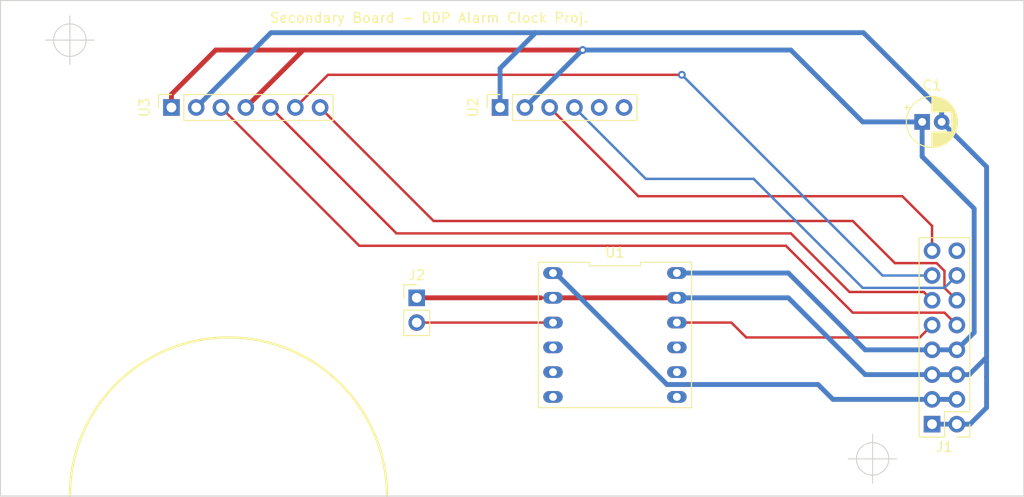
<source format=kicad_pcb>
(kicad_pcb (version 20171130) (host pcbnew "(5.1.5)-3")

  (general
    (thickness 1.6)
    (drawings 8)
    (tracks 93)
    (zones 0)
    (modules 6)
    (nets 20)
  )

  (page A4)
  (layers
    (0 F.Cu signal)
    (31 B.Cu signal)
    (32 B.Adhes user)
    (33 F.Adhes user)
    (34 B.Paste user)
    (35 F.Paste user)
    (36 B.SilkS user)
    (37 F.SilkS user)
    (38 B.Mask user)
    (39 F.Mask user)
    (40 Dwgs.User user)
    (41 Cmts.User user)
    (42 Eco1.User user)
    (43 Eco2.User user)
    (44 Edge.Cuts user)
    (45 Margin user)
    (46 B.CrtYd user)
    (47 F.CrtYd user)
    (48 B.Fab user)
    (49 F.Fab user)
  )

  (setup
    (last_trace_width 0.25)
    (user_trace_width 0.25)
    (user_trace_width 0.5)
    (user_trace_width 1)
    (trace_clearance 0.2)
    (zone_clearance 0.508)
    (zone_45_only no)
    (trace_min 0.2)
    (via_size 0.8)
    (via_drill 0.4)
    (via_min_size 0.4)
    (via_min_drill 0.3)
    (uvia_size 0.3)
    (uvia_drill 0.1)
    (uvias_allowed no)
    (uvia_min_size 0.2)
    (uvia_min_drill 0.1)
    (edge_width 0.1)
    (segment_width 0.2)
    (pcb_text_width 0.3)
    (pcb_text_size 1.5 1.5)
    (mod_edge_width 0.15)
    (mod_text_size 1 1)
    (mod_text_width 0.15)
    (pad_size 1.524 1.524)
    (pad_drill 0.762)
    (pad_to_mask_clearance 0)
    (aux_axis_origin 0 0)
    (visible_elements FFFFFF7F)
    (pcbplotparams
      (layerselection 0x010fc_ffffffff)
      (usegerberextensions false)
      (usegerberattributes false)
      (usegerberadvancedattributes false)
      (creategerberjobfile false)
      (excludeedgelayer true)
      (linewidth 0.100000)
      (plotframeref false)
      (viasonmask false)
      (mode 1)
      (useauxorigin false)
      (hpglpennumber 1)
      (hpglpenspeed 20)
      (hpglpendiameter 15.000000)
      (psnegative false)
      (psa4output false)
      (plotreference true)
      (plotvalue true)
      (plotinvisibletext false)
      (padsonsilk false)
      (subtractmaskfromsilk false)
      (outputformat 1)
      (mirror false)
      (drillshape 0)
      (scaleselection 1)
      (outputdirectory "SecondaryBoard_gbr/"))
  )

  (net 0 "")
  (net 1 +3V3)
  (net 2 GND)
  (net 3 +5V)
  (net 4 /LED_CTRL)
  (net 5 /AUDIO_SD)
  (net 6 /AUDIO_DIN)
  (net 7 /AUDIO_LRC)
  (net 8 /AUDIO_BCLK)
  (net 9 /I2C_SCL)
  (net 10 /I2C_SDA)
  (net 11 "Net-(U1-Pad9)")
  (net 12 "Net-(U1-Pad4)")
  (net 13 "Net-(U1-Pad8)")
  (net 14 "Net-(U1-Pad5)")
  (net 15 "Net-(U1-Pad7)")
  (net 16 "Net-(U1-Pad6)")
  (net 17 "Net-(U2-Pad5)")
  (net 18 "Net-(U2-Pad6)")
  (net 19 /LED_CTRL_5V)

  (net_class Default "This is the default net class."
    (clearance 0.2)
    (trace_width 0.25)
    (via_dia 0.8)
    (via_drill 0.4)
    (uvia_dia 0.3)
    (uvia_drill 0.1)
    (add_net +3V3)
    (add_net +5V)
    (add_net /AUDIO_BCLK)
    (add_net /AUDIO_DIN)
    (add_net /AUDIO_LRC)
    (add_net /AUDIO_SD)
    (add_net /I2C_SCL)
    (add_net /I2C_SDA)
    (add_net /LED_CTRL)
    (add_net /LED_CTRL_5V)
    (add_net GND)
    (add_net "Net-(U1-Pad4)")
    (add_net "Net-(U1-Pad5)")
    (add_net "Net-(U1-Pad6)")
    (add_net "Net-(U1-Pad7)")
    (add_net "Net-(U1-Pad8)")
    (add_net "Net-(U1-Pad9)")
    (add_net "Net-(U2-Pad5)")
    (add_net "Net-(U2-Pad6)")
  )

  (module AlarmClock:PinHeader_2x08_P2.54mm_Vertical_REV (layer F.Cu) (tedit 5E2F0A9A) (tstamp 5E2F0B52)
    (at 174.498 119.634 180)
    (descr "Through hole straight pin header, 2x08, 2.54mm pitch, double rows")
    (tags "Through hole pin header THT 2x08 2.54mm double row")
    (path /5E404EFD)
    (fp_text reference J1 (at 1.27 -2.33) (layer F.SilkS)
      (effects (font (size 1 1) (thickness 0.15)))
    )
    (fp_text value Conn_to_Main_Board (at 5.334 11.684 90) (layer F.Fab)
      (effects (font (size 1 1) (thickness 0.15)))
    )
    (fp_text user %R (at 1.27 8.89 90) (layer F.Fab)
      (effects (font (size 1 1) (thickness 0.15)))
    )
    (fp_line (start 4.35 -1.8) (end -1.8 -1.8) (layer F.CrtYd) (width 0.05))
    (fp_line (start 4.35 19.55) (end 4.35 -1.8) (layer F.CrtYd) (width 0.05))
    (fp_line (start -1.8 19.55) (end 4.35 19.55) (layer F.CrtYd) (width 0.05))
    (fp_line (start -1.8 -1.8) (end -1.8 19.55) (layer F.CrtYd) (width 0.05))
    (fp_line (start -1.33 -1.33) (end 0 -1.33) (layer F.SilkS) (width 0.12))
    (fp_line (start -1.33 0) (end -1.33 -1.33) (layer F.SilkS) (width 0.12))
    (fp_line (start 1.27 -1.33) (end 3.87 -1.33) (layer F.SilkS) (width 0.12))
    (fp_line (start 1.27 1.27) (end 1.27 -1.33) (layer F.SilkS) (width 0.12))
    (fp_line (start -1.33 1.27) (end 1.27 1.27) (layer F.SilkS) (width 0.12))
    (fp_line (start 3.87 -1.33) (end 3.87 19.11) (layer F.SilkS) (width 0.12))
    (fp_line (start -1.33 1.27) (end -1.33 19.11) (layer F.SilkS) (width 0.12))
    (fp_line (start -1.33 19.11) (end 3.87 19.11) (layer F.SilkS) (width 0.12))
    (fp_line (start -1.27 0) (end 0 -1.27) (layer F.Fab) (width 0.1))
    (fp_line (start -1.27 19.05) (end -1.27 0) (layer F.Fab) (width 0.1))
    (fp_line (start 3.81 19.05) (end -1.27 19.05) (layer F.Fab) (width 0.1))
    (fp_line (start 3.81 -1.27) (end 3.81 19.05) (layer F.Fab) (width 0.1))
    (fp_line (start 0 -1.27) (end 3.81 -1.27) (layer F.Fab) (width 0.1))
    (pad 15 thru_hole oval (at 2.54 17.78 180) (size 1.7 1.7) (drill 1) (layers *.Cu *.Mask)
      (net 10 /I2C_SDA))
    (pad 16 thru_hole oval (at 0 17.78 180) (size 1.7 1.7) (drill 1) (layers *.Cu *.Mask))
    (pad 13 thru_hole oval (at 2.54 15.24 180) (size 1.7 1.7) (drill 1) (layers *.Cu *.Mask)
      (net 8 /AUDIO_BCLK))
    (pad 14 thru_hole oval (at 0 15.24 180) (size 1.7 1.7) (drill 1) (layers *.Cu *.Mask)
      (net 9 /I2C_SCL))
    (pad 11 thru_hole oval (at 2.54 12.7 180) (size 1.7 1.7) (drill 1) (layers *.Cu *.Mask)
      (net 6 /AUDIO_DIN))
    (pad 12 thru_hole oval (at 0 12.7 180) (size 1.7 1.7) (drill 1) (layers *.Cu *.Mask)
      (net 7 /AUDIO_LRC))
    (pad 9 thru_hole oval (at 2.54 10.16 180) (size 1.7 1.7) (drill 1) (layers *.Cu *.Mask)
      (net 4 /LED_CTRL))
    (pad 10 thru_hole oval (at 0 10.16 180) (size 1.7 1.7) (drill 1) (layers *.Cu *.Mask)
      (net 5 /AUDIO_SD))
    (pad 7 thru_hole oval (at 2.54 7.62 180) (size 1.7 1.7) (drill 1) (layers *.Cu *.Mask)
      (net 1 +3V3))
    (pad 8 thru_hole oval (at 0 7.62 180) (size 1.7 1.7) (drill 1) (layers *.Cu *.Mask)
      (net 1 +3V3))
    (pad 5 thru_hole oval (at 2.54 5.08 180) (size 1.7 1.7) (drill 1) (layers *.Cu *.Mask)
      (net 2 GND))
    (pad 6 thru_hole oval (at 0 5.08 180) (size 1.7 1.7) (drill 1) (layers *.Cu *.Mask)
      (net 2 GND))
    (pad 3 thru_hole oval (at 2.54 2.54 180) (size 1.7 1.7) (drill 1) (layers *.Cu *.Mask)
      (net 3 +5V))
    (pad 4 thru_hole oval (at 0 2.54 180) (size 1.7 1.7) (drill 1) (layers *.Cu *.Mask)
      (net 3 +5V))
    (pad 1 thru_hole rect (at 2.54 0 180) (size 1.7 1.7) (drill 1) (layers *.Cu *.Mask)
      (net 2 GND))
    (pad 2 thru_hole circle (at 0 0 180) (size 1.7 1.7) (drill 1) (layers *.Cu *.Mask)
      (net 2 GND))
    (model ${KISYS3DMOD}/Connector_PinHeader_2.54mm.3dshapes/PinHeader_2x08_P2.54mm_Vertical.wrl
      (at (xyz 0 0 0))
      (scale (xyz 1 1 1))
      (rotate (xyz 0 0 0))
    )
  )

  (module Capacitor_THT:CP_Radial_D5.0mm_P2.00mm (layer F.Cu) (tedit 5AE50EF0) (tstamp 5E2F0B2C)
    (at 170.942 88.646)
    (descr "CP, Radial series, Radial, pin pitch=2.00mm, , diameter=5mm, Electrolytic Capacitor")
    (tags "CP Radial series Radial pin pitch 2.00mm  diameter 5mm Electrolytic Capacitor")
    (path /5E4330E2)
    (fp_text reference C1 (at 1 -3.75) (layer F.SilkS)
      (effects (font (size 1 1) (thickness 0.15)))
    )
    (fp_text value 100uF (at 1 3.75) (layer F.Fab)
      (effects (font (size 1 1) (thickness 0.15)))
    )
    (fp_circle (center 1 0) (end 3.5 0) (layer F.Fab) (width 0.1))
    (fp_circle (center 1 0) (end 3.62 0) (layer F.SilkS) (width 0.12))
    (fp_circle (center 1 0) (end 3.75 0) (layer F.CrtYd) (width 0.05))
    (fp_line (start -1.133605 -1.0875) (end -0.633605 -1.0875) (layer F.Fab) (width 0.1))
    (fp_line (start -0.883605 -1.3375) (end -0.883605 -0.8375) (layer F.Fab) (width 0.1))
    (fp_line (start 1 1.04) (end 1 2.58) (layer F.SilkS) (width 0.12))
    (fp_line (start 1 -2.58) (end 1 -1.04) (layer F.SilkS) (width 0.12))
    (fp_line (start 1.04 1.04) (end 1.04 2.58) (layer F.SilkS) (width 0.12))
    (fp_line (start 1.04 -2.58) (end 1.04 -1.04) (layer F.SilkS) (width 0.12))
    (fp_line (start 1.08 -2.579) (end 1.08 -1.04) (layer F.SilkS) (width 0.12))
    (fp_line (start 1.08 1.04) (end 1.08 2.579) (layer F.SilkS) (width 0.12))
    (fp_line (start 1.12 -2.578) (end 1.12 -1.04) (layer F.SilkS) (width 0.12))
    (fp_line (start 1.12 1.04) (end 1.12 2.578) (layer F.SilkS) (width 0.12))
    (fp_line (start 1.16 -2.576) (end 1.16 -1.04) (layer F.SilkS) (width 0.12))
    (fp_line (start 1.16 1.04) (end 1.16 2.576) (layer F.SilkS) (width 0.12))
    (fp_line (start 1.2 -2.573) (end 1.2 -1.04) (layer F.SilkS) (width 0.12))
    (fp_line (start 1.2 1.04) (end 1.2 2.573) (layer F.SilkS) (width 0.12))
    (fp_line (start 1.24 -2.569) (end 1.24 -1.04) (layer F.SilkS) (width 0.12))
    (fp_line (start 1.24 1.04) (end 1.24 2.569) (layer F.SilkS) (width 0.12))
    (fp_line (start 1.28 -2.565) (end 1.28 -1.04) (layer F.SilkS) (width 0.12))
    (fp_line (start 1.28 1.04) (end 1.28 2.565) (layer F.SilkS) (width 0.12))
    (fp_line (start 1.32 -2.561) (end 1.32 -1.04) (layer F.SilkS) (width 0.12))
    (fp_line (start 1.32 1.04) (end 1.32 2.561) (layer F.SilkS) (width 0.12))
    (fp_line (start 1.36 -2.556) (end 1.36 -1.04) (layer F.SilkS) (width 0.12))
    (fp_line (start 1.36 1.04) (end 1.36 2.556) (layer F.SilkS) (width 0.12))
    (fp_line (start 1.4 -2.55) (end 1.4 -1.04) (layer F.SilkS) (width 0.12))
    (fp_line (start 1.4 1.04) (end 1.4 2.55) (layer F.SilkS) (width 0.12))
    (fp_line (start 1.44 -2.543) (end 1.44 -1.04) (layer F.SilkS) (width 0.12))
    (fp_line (start 1.44 1.04) (end 1.44 2.543) (layer F.SilkS) (width 0.12))
    (fp_line (start 1.48 -2.536) (end 1.48 -1.04) (layer F.SilkS) (width 0.12))
    (fp_line (start 1.48 1.04) (end 1.48 2.536) (layer F.SilkS) (width 0.12))
    (fp_line (start 1.52 -2.528) (end 1.52 -1.04) (layer F.SilkS) (width 0.12))
    (fp_line (start 1.52 1.04) (end 1.52 2.528) (layer F.SilkS) (width 0.12))
    (fp_line (start 1.56 -2.52) (end 1.56 -1.04) (layer F.SilkS) (width 0.12))
    (fp_line (start 1.56 1.04) (end 1.56 2.52) (layer F.SilkS) (width 0.12))
    (fp_line (start 1.6 -2.511) (end 1.6 -1.04) (layer F.SilkS) (width 0.12))
    (fp_line (start 1.6 1.04) (end 1.6 2.511) (layer F.SilkS) (width 0.12))
    (fp_line (start 1.64 -2.501) (end 1.64 -1.04) (layer F.SilkS) (width 0.12))
    (fp_line (start 1.64 1.04) (end 1.64 2.501) (layer F.SilkS) (width 0.12))
    (fp_line (start 1.68 -2.491) (end 1.68 -1.04) (layer F.SilkS) (width 0.12))
    (fp_line (start 1.68 1.04) (end 1.68 2.491) (layer F.SilkS) (width 0.12))
    (fp_line (start 1.721 -2.48) (end 1.721 -1.04) (layer F.SilkS) (width 0.12))
    (fp_line (start 1.721 1.04) (end 1.721 2.48) (layer F.SilkS) (width 0.12))
    (fp_line (start 1.761 -2.468) (end 1.761 -1.04) (layer F.SilkS) (width 0.12))
    (fp_line (start 1.761 1.04) (end 1.761 2.468) (layer F.SilkS) (width 0.12))
    (fp_line (start 1.801 -2.455) (end 1.801 -1.04) (layer F.SilkS) (width 0.12))
    (fp_line (start 1.801 1.04) (end 1.801 2.455) (layer F.SilkS) (width 0.12))
    (fp_line (start 1.841 -2.442) (end 1.841 -1.04) (layer F.SilkS) (width 0.12))
    (fp_line (start 1.841 1.04) (end 1.841 2.442) (layer F.SilkS) (width 0.12))
    (fp_line (start 1.881 -2.428) (end 1.881 -1.04) (layer F.SilkS) (width 0.12))
    (fp_line (start 1.881 1.04) (end 1.881 2.428) (layer F.SilkS) (width 0.12))
    (fp_line (start 1.921 -2.414) (end 1.921 -1.04) (layer F.SilkS) (width 0.12))
    (fp_line (start 1.921 1.04) (end 1.921 2.414) (layer F.SilkS) (width 0.12))
    (fp_line (start 1.961 -2.398) (end 1.961 -1.04) (layer F.SilkS) (width 0.12))
    (fp_line (start 1.961 1.04) (end 1.961 2.398) (layer F.SilkS) (width 0.12))
    (fp_line (start 2.001 -2.382) (end 2.001 -1.04) (layer F.SilkS) (width 0.12))
    (fp_line (start 2.001 1.04) (end 2.001 2.382) (layer F.SilkS) (width 0.12))
    (fp_line (start 2.041 -2.365) (end 2.041 -1.04) (layer F.SilkS) (width 0.12))
    (fp_line (start 2.041 1.04) (end 2.041 2.365) (layer F.SilkS) (width 0.12))
    (fp_line (start 2.081 -2.348) (end 2.081 -1.04) (layer F.SilkS) (width 0.12))
    (fp_line (start 2.081 1.04) (end 2.081 2.348) (layer F.SilkS) (width 0.12))
    (fp_line (start 2.121 -2.329) (end 2.121 -1.04) (layer F.SilkS) (width 0.12))
    (fp_line (start 2.121 1.04) (end 2.121 2.329) (layer F.SilkS) (width 0.12))
    (fp_line (start 2.161 -2.31) (end 2.161 -1.04) (layer F.SilkS) (width 0.12))
    (fp_line (start 2.161 1.04) (end 2.161 2.31) (layer F.SilkS) (width 0.12))
    (fp_line (start 2.201 -2.29) (end 2.201 -1.04) (layer F.SilkS) (width 0.12))
    (fp_line (start 2.201 1.04) (end 2.201 2.29) (layer F.SilkS) (width 0.12))
    (fp_line (start 2.241 -2.268) (end 2.241 -1.04) (layer F.SilkS) (width 0.12))
    (fp_line (start 2.241 1.04) (end 2.241 2.268) (layer F.SilkS) (width 0.12))
    (fp_line (start 2.281 -2.247) (end 2.281 -1.04) (layer F.SilkS) (width 0.12))
    (fp_line (start 2.281 1.04) (end 2.281 2.247) (layer F.SilkS) (width 0.12))
    (fp_line (start 2.321 -2.224) (end 2.321 -1.04) (layer F.SilkS) (width 0.12))
    (fp_line (start 2.321 1.04) (end 2.321 2.224) (layer F.SilkS) (width 0.12))
    (fp_line (start 2.361 -2.2) (end 2.361 -1.04) (layer F.SilkS) (width 0.12))
    (fp_line (start 2.361 1.04) (end 2.361 2.2) (layer F.SilkS) (width 0.12))
    (fp_line (start 2.401 -2.175) (end 2.401 -1.04) (layer F.SilkS) (width 0.12))
    (fp_line (start 2.401 1.04) (end 2.401 2.175) (layer F.SilkS) (width 0.12))
    (fp_line (start 2.441 -2.149) (end 2.441 -1.04) (layer F.SilkS) (width 0.12))
    (fp_line (start 2.441 1.04) (end 2.441 2.149) (layer F.SilkS) (width 0.12))
    (fp_line (start 2.481 -2.122) (end 2.481 -1.04) (layer F.SilkS) (width 0.12))
    (fp_line (start 2.481 1.04) (end 2.481 2.122) (layer F.SilkS) (width 0.12))
    (fp_line (start 2.521 -2.095) (end 2.521 -1.04) (layer F.SilkS) (width 0.12))
    (fp_line (start 2.521 1.04) (end 2.521 2.095) (layer F.SilkS) (width 0.12))
    (fp_line (start 2.561 -2.065) (end 2.561 -1.04) (layer F.SilkS) (width 0.12))
    (fp_line (start 2.561 1.04) (end 2.561 2.065) (layer F.SilkS) (width 0.12))
    (fp_line (start 2.601 -2.035) (end 2.601 -1.04) (layer F.SilkS) (width 0.12))
    (fp_line (start 2.601 1.04) (end 2.601 2.035) (layer F.SilkS) (width 0.12))
    (fp_line (start 2.641 -2.004) (end 2.641 -1.04) (layer F.SilkS) (width 0.12))
    (fp_line (start 2.641 1.04) (end 2.641 2.004) (layer F.SilkS) (width 0.12))
    (fp_line (start 2.681 -1.971) (end 2.681 -1.04) (layer F.SilkS) (width 0.12))
    (fp_line (start 2.681 1.04) (end 2.681 1.971) (layer F.SilkS) (width 0.12))
    (fp_line (start 2.721 -1.937) (end 2.721 -1.04) (layer F.SilkS) (width 0.12))
    (fp_line (start 2.721 1.04) (end 2.721 1.937) (layer F.SilkS) (width 0.12))
    (fp_line (start 2.761 -1.901) (end 2.761 -1.04) (layer F.SilkS) (width 0.12))
    (fp_line (start 2.761 1.04) (end 2.761 1.901) (layer F.SilkS) (width 0.12))
    (fp_line (start 2.801 -1.864) (end 2.801 -1.04) (layer F.SilkS) (width 0.12))
    (fp_line (start 2.801 1.04) (end 2.801 1.864) (layer F.SilkS) (width 0.12))
    (fp_line (start 2.841 -1.826) (end 2.841 -1.04) (layer F.SilkS) (width 0.12))
    (fp_line (start 2.841 1.04) (end 2.841 1.826) (layer F.SilkS) (width 0.12))
    (fp_line (start 2.881 -1.785) (end 2.881 -1.04) (layer F.SilkS) (width 0.12))
    (fp_line (start 2.881 1.04) (end 2.881 1.785) (layer F.SilkS) (width 0.12))
    (fp_line (start 2.921 -1.743) (end 2.921 -1.04) (layer F.SilkS) (width 0.12))
    (fp_line (start 2.921 1.04) (end 2.921 1.743) (layer F.SilkS) (width 0.12))
    (fp_line (start 2.961 -1.699) (end 2.961 -1.04) (layer F.SilkS) (width 0.12))
    (fp_line (start 2.961 1.04) (end 2.961 1.699) (layer F.SilkS) (width 0.12))
    (fp_line (start 3.001 -1.653) (end 3.001 -1.04) (layer F.SilkS) (width 0.12))
    (fp_line (start 3.001 1.04) (end 3.001 1.653) (layer F.SilkS) (width 0.12))
    (fp_line (start 3.041 -1.605) (end 3.041 1.605) (layer F.SilkS) (width 0.12))
    (fp_line (start 3.081 -1.554) (end 3.081 1.554) (layer F.SilkS) (width 0.12))
    (fp_line (start 3.121 -1.5) (end 3.121 1.5) (layer F.SilkS) (width 0.12))
    (fp_line (start 3.161 -1.443) (end 3.161 1.443) (layer F.SilkS) (width 0.12))
    (fp_line (start 3.201 -1.383) (end 3.201 1.383) (layer F.SilkS) (width 0.12))
    (fp_line (start 3.241 -1.319) (end 3.241 1.319) (layer F.SilkS) (width 0.12))
    (fp_line (start 3.281 -1.251) (end 3.281 1.251) (layer F.SilkS) (width 0.12))
    (fp_line (start 3.321 -1.178) (end 3.321 1.178) (layer F.SilkS) (width 0.12))
    (fp_line (start 3.361 -1.098) (end 3.361 1.098) (layer F.SilkS) (width 0.12))
    (fp_line (start 3.401 -1.011) (end 3.401 1.011) (layer F.SilkS) (width 0.12))
    (fp_line (start 3.441 -0.915) (end 3.441 0.915) (layer F.SilkS) (width 0.12))
    (fp_line (start 3.481 -0.805) (end 3.481 0.805) (layer F.SilkS) (width 0.12))
    (fp_line (start 3.521 -0.677) (end 3.521 0.677) (layer F.SilkS) (width 0.12))
    (fp_line (start 3.561 -0.518) (end 3.561 0.518) (layer F.SilkS) (width 0.12))
    (fp_line (start 3.601 -0.284) (end 3.601 0.284) (layer F.SilkS) (width 0.12))
    (fp_line (start -1.804775 -1.475) (end -1.304775 -1.475) (layer F.SilkS) (width 0.12))
    (fp_line (start -1.554775 -1.725) (end -1.554775 -1.225) (layer F.SilkS) (width 0.12))
    (fp_text user %R (at 1 0) (layer F.Fab)
      (effects (font (size 1 1) (thickness 0.15)))
    )
    (pad 1 thru_hole rect (at 0 0) (size 1.6 1.6) (drill 0.8) (layers *.Cu *.Mask)
      (net 1 +3V3))
    (pad 2 thru_hole circle (at 2 0) (size 1.6 1.6) (drill 0.8) (layers *.Cu *.Mask)
      (net 2 GND))
    (model ${KISYS3DMOD}/Capacitor_THT.3dshapes/CP_Radial_D5.0mm_P2.00mm.wrl
      (at (xyz 0 0 0))
      (scale (xyz 1 1 1))
      (rotate (xyz 0 0 0))
    )
  )

  (module Connector_PinHeader_2.54mm:PinHeader_1x02_P2.54mm_Vertical (layer F.Cu) (tedit 59FED5CC) (tstamp 5E2F0B68)
    (at 119.126 106.68)
    (descr "Through hole straight pin header, 1x02, 2.54mm pitch, single row")
    (tags "Through hole pin header THT 1x02 2.54mm single row")
    (path /5E423067)
    (fp_text reference J2 (at 0 -2.33) (layer F.SilkS)
      (effects (font (size 1 1) (thickness 0.15)))
    )
    (fp_text value LED_CTRL (at 0 4.87) (layer F.Fab)
      (effects (font (size 1 1) (thickness 0.15)))
    )
    (fp_line (start -0.635 -1.27) (end 1.27 -1.27) (layer F.Fab) (width 0.1))
    (fp_line (start 1.27 -1.27) (end 1.27 3.81) (layer F.Fab) (width 0.1))
    (fp_line (start 1.27 3.81) (end -1.27 3.81) (layer F.Fab) (width 0.1))
    (fp_line (start -1.27 3.81) (end -1.27 -0.635) (layer F.Fab) (width 0.1))
    (fp_line (start -1.27 -0.635) (end -0.635 -1.27) (layer F.Fab) (width 0.1))
    (fp_line (start -1.33 3.87) (end 1.33 3.87) (layer F.SilkS) (width 0.12))
    (fp_line (start -1.33 1.27) (end -1.33 3.87) (layer F.SilkS) (width 0.12))
    (fp_line (start 1.33 1.27) (end 1.33 3.87) (layer F.SilkS) (width 0.12))
    (fp_line (start -1.33 1.27) (end 1.33 1.27) (layer F.SilkS) (width 0.12))
    (fp_line (start -1.33 0) (end -1.33 -1.33) (layer F.SilkS) (width 0.12))
    (fp_line (start -1.33 -1.33) (end 0 -1.33) (layer F.SilkS) (width 0.12))
    (fp_line (start -1.8 -1.8) (end -1.8 4.35) (layer F.CrtYd) (width 0.05))
    (fp_line (start -1.8 4.35) (end 1.8 4.35) (layer F.CrtYd) (width 0.05))
    (fp_line (start 1.8 4.35) (end 1.8 -1.8) (layer F.CrtYd) (width 0.05))
    (fp_line (start 1.8 -1.8) (end -1.8 -1.8) (layer F.CrtYd) (width 0.05))
    (fp_text user %R (at 0 1.27 180) (layer F.Fab)
      (effects (font (size 1 1) (thickness 0.15)))
    )
    (pad 1 thru_hole rect (at 0 0) (size 1.7 1.7) (drill 1) (layers *.Cu *.Mask)
      (net 2 GND))
    (pad 2 thru_hole oval (at 0 2.54) (size 1.7 1.7) (drill 1) (layers *.Cu *.Mask)
      (net 19 /LED_CTRL_5V))
    (model ${KISYS3DMOD}/Connector_PinHeader_2.54mm.3dshapes/PinHeader_1x02_P2.54mm_Vertical.wrl
      (at (xyz 0 0 0))
      (scale (xyz 1 1 1))
      (rotate (xyz 0 0 0))
    )
  )

  (module AlarmClock:LOGIC_LVL_CVTR_X4 (layer F.Cu) (tedit 5E2F008B) (tstamp 5E2F0B84)
    (at 131.826 118.11)
    (path /5E41FB78)
    (fp_text reference U1 (at 7.62 -16.07) (layer F.SilkS)
      (effects (font (size 1 1) (thickness 0.15)))
    )
    (fp_text value LOGIC_LVL_CVTR_4X (at 7.62 1.27) (layer F.Fab)
      (effects (font (size 1 1) (thickness 0.15)))
    )
    (fp_line (start -0.23 -15.07) (end -0.23 -0.170001) (layer F.SilkS) (width 0.12))
    (fp_line (start -0.23 -0.170001) (end 15.47 -0.17) (layer F.SilkS) (width 0.12))
    (fp_line (start 15.47 -0.17) (end 15.47 -15.069999) (layer F.SilkS) (width 0.12))
    (fp_line (start 15.47 -15.069999) (end 10.236666 -15.07) (layer F.SilkS) (width 0.12))
    (fp_line (start 10.236666 -15.07) (end 10.236666 -14.71) (layer F.SilkS) (width 0.12))
    (fp_line (start 10.236666 -14.71) (end 5.003334 -14.71) (layer F.SilkS) (width 0.12))
    (fp_line (start 5.003334 -14.71) (end 5.003334 -15.07) (layer F.SilkS) (width 0.12))
    (fp_line (start 5.003334 -15.07) (end -0.23 -15.07) (layer F.SilkS) (width 0.12))
    (fp_line (start 15.22 -14.82) (end 15.22 -0.42) (layer F.CrtYd) (width 0.05))
    (fp_line (start 15.22 -0.42) (end 0.02 -0.42) (layer F.CrtYd) (width 0.05))
    (fp_line (start 0.02 -0.42) (end 0.02 -14.82) (layer F.CrtYd) (width 0.05))
    (fp_line (start 0.02 -14.82) (end 15.22 -14.82) (layer F.CrtYd) (width 0.05))
    (pad 12 thru_hole oval (at 13.97 -13.97 270) (size 1.2 2) (drill 0.8) (layers *.Cu *.Mask)
      (net 1 +3V3))
    (pad 1 thru_hole oval (at 1.27 -13.97 270) (size 1.2 2) (drill 0.8) (layers *.Cu *.Mask)
      (net 3 +5V))
    (pad 11 thru_hole oval (at 13.97 -11.43 270) (size 1.2 2) (drill 0.8) (layers *.Cu *.Mask)
      (net 2 GND))
    (pad 2 thru_hole oval (at 1.27 -11.43 270) (size 1.2 2) (drill 0.8) (layers *.Cu *.Mask)
      (net 2 GND))
    (pad 10 thru_hole oval (at 13.97 -8.89 270) (size 1.2 2) (drill 0.8) (layers *.Cu *.Mask)
      (net 4 /LED_CTRL))
    (pad 3 thru_hole oval (at 1.27 -8.89 270) (size 1.2 2) (drill 0.8) (layers *.Cu *.Mask)
      (net 19 /LED_CTRL_5V))
    (pad 9 thru_hole oval (at 13.97 -6.35 270) (size 1.2 2) (drill 0.8) (layers *.Cu *.Mask)
      (net 11 "Net-(U1-Pad9)"))
    (pad 4 thru_hole oval (at 1.27 -6.35 270) (size 1.2 2) (drill 0.8) (layers *.Cu *.Mask)
      (net 12 "Net-(U1-Pad4)"))
    (pad 8 thru_hole oval (at 13.97 -3.81 270) (size 1.2 2) (drill 0.8) (layers *.Cu *.Mask)
      (net 13 "Net-(U1-Pad8)"))
    (pad 5 thru_hole oval (at 1.27 -3.81 270) (size 1.2 2) (drill 0.8) (layers *.Cu *.Mask)
      (net 14 "Net-(U1-Pad5)"))
    (pad 7 thru_hole oval (at 13.97 -1.27 270) (size 1.2 2) (drill 0.8) (layers *.Cu *.Mask)
      (net 15 "Net-(U1-Pad7)"))
    (pad 6 thru_hole oval (at 1.27 -1.27 270) (size 1.2 2) (drill 0.8) (layers *.Cu *.Mask)
      (net 16 "Net-(U1-Pad6)"))
  )

  (module Connector_PinSocket_2.54mm:PinSocket_1x06_P2.54mm_Vertical (layer F.Cu) (tedit 5A19A430) (tstamp 5E2F0B9E)
    (at 127.671001 87.169001 90)
    (descr "Through hole straight socket strip, 1x06, 2.54mm pitch, single row (from Kicad 4.0.7), script generated")
    (tags "Through hole socket strip THT 1x06 2.54mm single row")
    (path /5E41EDC1)
    (fp_text reference U2 (at 0 -2.77 90) (layer F.SilkS)
      (effects (font (size 1 1) (thickness 0.15)))
    )
    (fp_text value DS3231_BREAKOUT (at 0 15.47 90) (layer F.Fab)
      (effects (font (size 1 1) (thickness 0.15)))
    )
    (fp_line (start -1.27 -1.27) (end 0.635 -1.27) (layer F.Fab) (width 0.1))
    (fp_line (start 0.635 -1.27) (end 1.27 -0.635) (layer F.Fab) (width 0.1))
    (fp_line (start 1.27 -0.635) (end 1.27 13.97) (layer F.Fab) (width 0.1))
    (fp_line (start 1.27 13.97) (end -1.27 13.97) (layer F.Fab) (width 0.1))
    (fp_line (start -1.27 13.97) (end -1.27 -1.27) (layer F.Fab) (width 0.1))
    (fp_line (start -1.33 1.27) (end 1.33 1.27) (layer F.SilkS) (width 0.12))
    (fp_line (start -1.33 1.27) (end -1.33 14.03) (layer F.SilkS) (width 0.12))
    (fp_line (start -1.33 14.03) (end 1.33 14.03) (layer F.SilkS) (width 0.12))
    (fp_line (start 1.33 1.27) (end 1.33 14.03) (layer F.SilkS) (width 0.12))
    (fp_line (start 1.33 -1.33) (end 1.33 0) (layer F.SilkS) (width 0.12))
    (fp_line (start 0 -1.33) (end 1.33 -1.33) (layer F.SilkS) (width 0.12))
    (fp_line (start -1.8 -1.8) (end 1.75 -1.8) (layer F.CrtYd) (width 0.05))
    (fp_line (start 1.75 -1.8) (end 1.75 14.45) (layer F.CrtYd) (width 0.05))
    (fp_line (start 1.75 14.45) (end -1.8 14.45) (layer F.CrtYd) (width 0.05))
    (fp_line (start -1.8 14.45) (end -1.8 -1.8) (layer F.CrtYd) (width 0.05))
    (fp_text user %R (at 0 6.35) (layer F.Fab)
      (effects (font (size 1 1) (thickness 0.15)))
    )
    (pad 1 thru_hole rect (at 0 0 90) (size 1.7 1.7) (drill 1) (layers *.Cu *.Mask)
      (net 2 GND))
    (pad 2 thru_hole oval (at 0 2.54 90) (size 1.7 1.7) (drill 1) (layers *.Cu *.Mask)
      (net 1 +3V3))
    (pad 3 thru_hole oval (at 0 5.08 90) (size 1.7 1.7) (drill 1) (layers *.Cu *.Mask)
      (net 10 /I2C_SDA))
    (pad 4 thru_hole oval (at 0 7.62 90) (size 1.7 1.7) (drill 1) (layers *.Cu *.Mask)
      (net 9 /I2C_SCL))
    (pad 5 thru_hole oval (at 0 10.16 90) (size 1.7 1.7) (drill 1) (layers *.Cu *.Mask)
      (net 17 "Net-(U2-Pad5)"))
    (pad 6 thru_hole oval (at 0 12.7 90) (size 1.7 1.7) (drill 1) (layers *.Cu *.Mask)
      (net 18 "Net-(U2-Pad6)"))
    (model ${KISYS3DMOD}/Connector_PinSocket_2.54mm.3dshapes/PinSocket_1x06_P2.54mm_Vertical.wrl
      (at (xyz 0 0 0))
      (scale (xyz 1 1 1))
      (rotate (xyz 0 0 0))
    )
  )

  (module Connector_PinSocket_2.54mm:PinSocket_1x07_P2.54mm_Vertical (layer F.Cu) (tedit 5A19A433) (tstamp 5E2F0BB9)
    (at 93.98 87.169001 90)
    (descr "Through hole straight socket strip, 1x07, 2.54mm pitch, single row (from Kicad 4.0.7), script generated")
    (tags "Through hole socket strip THT 1x07 2.54mm single row")
    (path /5E420E75)
    (fp_text reference U3 (at 0 -2.77 90) (layer F.SilkS)
      (effects (font (size 1 1) (thickness 0.15)))
    )
    (fp_text value MAX98357A_BREAKOUT (at 0 18.01 90) (layer F.Fab)
      (effects (font (size 1 1) (thickness 0.15)))
    )
    (fp_line (start -1.27 -1.27) (end 0.635 -1.27) (layer F.Fab) (width 0.1))
    (fp_line (start 0.635 -1.27) (end 1.27 -0.635) (layer F.Fab) (width 0.1))
    (fp_line (start 1.27 -0.635) (end 1.27 16.51) (layer F.Fab) (width 0.1))
    (fp_line (start 1.27 16.51) (end -1.27 16.51) (layer F.Fab) (width 0.1))
    (fp_line (start -1.27 16.51) (end -1.27 -1.27) (layer F.Fab) (width 0.1))
    (fp_line (start -1.33 1.27) (end 1.33 1.27) (layer F.SilkS) (width 0.12))
    (fp_line (start -1.33 1.27) (end -1.33 16.57) (layer F.SilkS) (width 0.12))
    (fp_line (start -1.33 16.57) (end 1.33 16.57) (layer F.SilkS) (width 0.12))
    (fp_line (start 1.33 1.27) (end 1.33 16.57) (layer F.SilkS) (width 0.12))
    (fp_line (start 1.33 -1.33) (end 1.33 0) (layer F.SilkS) (width 0.12))
    (fp_line (start 0 -1.33) (end 1.33 -1.33) (layer F.SilkS) (width 0.12))
    (fp_line (start -1.8 -1.8) (end 1.75 -1.8) (layer F.CrtYd) (width 0.05))
    (fp_line (start 1.75 -1.8) (end 1.75 17) (layer F.CrtYd) (width 0.05))
    (fp_line (start 1.75 17) (end -1.8 17) (layer F.CrtYd) (width 0.05))
    (fp_line (start -1.8 17) (end -1.8 -1.8) (layer F.CrtYd) (width 0.05))
    (fp_text user %R (at 0 7.62) (layer F.Fab)
      (effects (font (size 1 1) (thickness 0.15)))
    )
    (pad 1 thru_hole rect (at 0 0 90) (size 1.7 1.7) (drill 1) (layers *.Cu *.Mask)
      (net 1 +3V3))
    (pad 2 thru_hole oval (at 0 2.54 90) (size 1.7 1.7) (drill 1) (layers *.Cu *.Mask)
      (net 2 GND))
    (pad 3 thru_hole oval (at 0 5.08 90) (size 1.7 1.7) (drill 1) (layers *.Cu *.Mask)
      (net 5 /AUDIO_SD))
    (pad 4 thru_hole oval (at 0 7.62 90) (size 1.7 1.7) (drill 1) (layers *.Cu *.Mask)
      (net 1 +3V3))
    (pad 5 thru_hole oval (at 0 10.16 90) (size 1.7 1.7) (drill 1) (layers *.Cu *.Mask)
      (net 6 /AUDIO_DIN))
    (pad 6 thru_hole oval (at 0 12.7 90) (size 1.7 1.7) (drill 1) (layers *.Cu *.Mask)
      (net 8 /AUDIO_BCLK))
    (pad 7 thru_hole oval (at 0 15.24 90) (size 1.7 1.7) (drill 1) (layers *.Cu *.Mask)
      (net 7 /AUDIO_LRC))
    (model ${KISYS3DMOD}/Connector_PinSocket_2.54mm.3dshapes/PinSocket_1x07_P2.54mm_Vertical.wrl
      (at (xyz 0 0 0))
      (scale (xyz 1 1 1))
      (rotate (xyz 0 0 0))
    )
  )

  (target plus (at 165.862 123.19) (size 5) (width 0.1) (layer Edge.Cuts) (tstamp 5E2F68F6))
  (target plus (at 83.566 80.264) (size 5) (width 0.1) (layer Edge.Cuts))
  (gr_text "Secondary Board - DDP Alarm Clock Proj." (at 120.396 77.978) (layer F.SilkS)
    (effects (font (size 1 1) (thickness 0.15)))
  )
  (gr_arc (start 99.822 127) (end 116.078 127) (angle -180) (layer F.SilkS) (width 0.25))
  (gr_line (start 181.356 76.2) (end 181.356 127) (layer Edge.Cuts) (width 0.1))
  (gr_line (start 76.454 76.2) (end 181.356 76.2) (layer Edge.Cuts) (width 0.1))
  (gr_line (start 76.454 127) (end 76.454 76.2) (layer Edge.Cuts) (width 0.1))
  (gr_line (start 181.356 127) (end 76.454 127) (layer Edge.Cuts) (width 0.1))

  (segment (start 174.498 112.014) (end 171.958 112.014) (width 0.5) (layer B.Cu) (net 1))
  (segment (start 136.100002 81.28) (end 130.211001 87.169001) (width 0.5) (layer B.Cu) (net 1))
  (segment (start 136.144 81.28) (end 136.100002 81.28) (width 0.5) (layer B.Cu) (net 1) (tstamp 5E2F1495))
  (via (at 136.144 81.28) (size 0.8) (drill 0.4) (layers F.Cu B.Cu) (net 1))
  (segment (start 107.489001 81.28) (end 101.6 87.169001) (width 0.5) (layer F.Cu) (net 1))
  (segment (start 136.144 81.28) (end 107.489001 81.28) (width 0.5) (layer F.Cu) (net 1))
  (segment (start 93.98 85.819001) (end 93.98 87.169001) (width 0.5) (layer F.Cu) (net 1))
  (segment (start 98.519001 81.28) (end 93.98 85.819001) (width 0.5) (layer F.Cu) (net 1))
  (segment (start 107.489001 81.28) (end 98.519001 81.28) (width 0.5) (layer F.Cu) (net 1))
  (segment (start 171.958 112.014) (end 165.1 112.014) (width 0.5) (layer B.Cu) (net 1))
  (segment (start 157.226 104.14) (end 145.796 104.14) (width 0.5) (layer B.Cu) (net 1))
  (segment (start 165.1 112.014) (end 157.226 104.14) (width 0.5) (layer B.Cu) (net 1))
  (segment (start 157.48 81.28) (end 136.144 81.28) (width 0.5) (layer B.Cu) (net 1))
  (segment (start 170.942 88.646) (end 164.846 88.646) (width 0.5) (layer B.Cu) (net 1))
  (segment (start 164.846 88.646) (end 157.48 81.28) (width 0.5) (layer B.Cu) (net 1))
  (segment (start 176.276 97.536) (end 170.942 92.202) (width 0.5) (layer B.Cu) (net 1))
  (segment (start 170.942 92.202) (end 170.942 88.646) (width 0.5) (layer B.Cu) (net 1))
  (segment (start 174.498 112.014) (end 176.276 110.236) (width 0.5) (layer B.Cu) (net 1))
  (segment (start 176.276 110.236) (end 176.276 97.536) (width 0.5) (layer B.Cu) (net 1))
  (segment (start 174.498 119.634) (end 171.958 119.634) (width 0.5) (layer B.Cu) (net 2))
  (segment (start 174.498 114.554) (end 171.958 114.554) (width 0.5) (layer B.Cu) (net 2))
  (segment (start 172.942 87.51463) (end 164.92937 79.502) (width 0.5) (layer B.Cu) (net 2))
  (segment (start 172.942 88.646) (end 172.942 87.51463) (width 0.5) (layer B.Cu) (net 2))
  (segment (start 104.187001 79.502) (end 96.52 87.169001) (width 0.5) (layer B.Cu) (net 2))
  (segment (start 127.671001 87.169001) (end 127.671001 83.148999) (width 0.5) (layer B.Cu) (net 2))
  (segment (start 164.92937 79.502) (end 131.318 79.502) (width 0.5) (layer B.Cu) (net 2))
  (segment (start 127.671001 83.148999) (end 131.318 79.502) (width 0.5) (layer B.Cu) (net 2))
  (segment (start 131.318 79.502) (end 104.187001 79.502) (width 0.5) (layer B.Cu) (net 2))
  (segment (start 171.958 114.554) (end 165.1 114.554) (width 0.5) (layer B.Cu) (net 2))
  (segment (start 157.226 106.68) (end 145.796 106.68) (width 0.5) (layer B.Cu) (net 2))
  (segment (start 165.1 114.554) (end 157.226 106.68) (width 0.5) (layer B.Cu) (net 2))
  (segment (start 144.296 106.68) (end 133.096 106.68) (width 0.5) (layer F.Cu) (net 2))
  (segment (start 145.796 106.68) (end 144.296 106.68) (width 0.5) (layer F.Cu) (net 2))
  (segment (start 131.846 106.68) (end 119.126 106.68) (width 0.5) (layer F.Cu) (net 2))
  (segment (start 133.096 106.68) (end 131.846 106.68) (width 0.25) (layer F.Cu) (net 2))
  (segment (start 175.848 119.634) (end 174.498 119.634) (width 0.5) (layer B.Cu) (net 2))
  (segment (start 177.546 117.936) (end 175.848 119.634) (width 0.5) (layer B.Cu) (net 2))
  (segment (start 177.546 114.804059) (end 177.546 117.936) (width 0.5) (layer B.Cu) (net 2))
  (segment (start 173.741999 89.445999) (end 172.942 88.646) (width 0.5) (layer B.Cu) (net 2))
  (segment (start 177.546 112.776) (end 177.546 93.25) (width 0.5) (layer B.Cu) (net 2))
  (segment (start 177.546 93.25) (end 173.741999 89.445999) (width 0.5) (layer B.Cu) (net 2))
  (segment (start 177.546 112.776) (end 177.546 114.804059) (width 0.5) (layer B.Cu) (net 2))
  (segment (start 175.768 114.554) (end 177.546 112.776) (width 0.5) (layer B.Cu) (net 2))
  (segment (start 174.498 114.554) (end 175.768 114.554) (width 0.5) (layer B.Cu) (net 2))
  (segment (start 174.498 117.094) (end 171.958 117.094) (width 0.5) (layer B.Cu) (net 3))
  (segment (start 144.78 115.57) (end 133.35 104.14) (width 0.5) (layer B.Cu) (net 3))
  (segment (start 160.274 115.57) (end 144.78 115.57) (width 0.5) (layer B.Cu) (net 3))
  (segment (start 133.35 104.14) (end 133.096 104.14) (width 0.5) (layer B.Cu) (net 3))
  (segment (start 171.958 117.094) (end 161.798 117.094) (width 0.5) (layer B.Cu) (net 3))
  (segment (start 161.798 117.094) (end 160.274 115.57) (width 0.5) (layer B.Cu) (net 3))
  (segment (start 151.384 109.22) (end 145.796 109.22) (width 0.25) (layer F.Cu) (net 4))
  (segment (start 152.908 110.744) (end 151.384 109.22) (width 0.25) (layer F.Cu) (net 4))
  (segment (start 170.688 110.744) (end 171.958 109.474) (width 0.25) (layer F.Cu) (net 4))
  (segment (start 152.908 110.744) (end 170.688 110.744) (width 0.25) (layer F.Cu) (net 4))
  (segment (start 99.909999 88.019) (end 99.06 87.169001) (width 0.25) (layer F.Cu) (net 5))
  (segment (start 173.228 108.204) (end 163.83 108.204) (width 0.25) (layer F.Cu) (net 5))
  (segment (start 174.498 109.474) (end 173.228 108.204) (width 0.25) (layer F.Cu) (net 5))
  (segment (start 113.236999 101.346) (end 99.909999 88.019) (width 0.25) (layer F.Cu) (net 5))
  (segment (start 163.83 108.204) (end 156.972 101.346) (width 0.25) (layer F.Cu) (net 5))
  (segment (start 156.972 101.346) (end 113.236999 101.346) (width 0.25) (layer F.Cu) (net 5))
  (segment (start 171.108001 106.084001) (end 163.488001 106.084001) (width 0.25) (layer F.Cu) (net 6))
  (segment (start 171.958 106.934) (end 171.108001 106.084001) (width 0.25) (layer F.Cu) (net 6))
  (segment (start 163.488001 106.084001) (end 157.48 100.076) (width 0.25) (layer F.Cu) (net 6))
  (segment (start 117.046999 100.076) (end 104.14 87.169001) (width 0.25) (layer F.Cu) (net 6))
  (segment (start 157.48 100.076) (end 117.046999 100.076) (width 0.25) (layer F.Cu) (net 6))
  (segment (start 110.069999 88.019) (end 109.22 87.169001) (width 0.25) (layer F.Cu) (net 7))
  (segment (start 120.856999 98.806) (end 110.069999 88.019) (width 0.25) (layer F.Cu) (net 7))
  (segment (start 163.83 98.806) (end 120.856999 98.806) (width 0.25) (layer F.Cu) (net 7))
  (segment (start 173.228 105.664) (end 173.228 103.924998) (width 0.25) (layer F.Cu) (net 7))
  (segment (start 174.498 106.934) (end 173.228 105.664) (width 0.25) (layer F.Cu) (net 7))
  (segment (start 172.427002 103.124) (end 168.148 103.124) (width 0.25) (layer F.Cu) (net 7))
  (segment (start 173.228 103.924998) (end 172.427002 103.124) (width 0.25) (layer F.Cu) (net 7))
  (segment (start 168.148 103.124) (end 163.83 98.806) (width 0.25) (layer F.Cu) (net 7))
  (segment (start 146.304 83.82) (end 146.304 83.82) (width 0.25) (layer B.Cu) (net 8) (tstamp 5E2F1513))
  (via (at 146.304 83.82) (size 0.8) (drill 0.4) (layers F.Cu B.Cu) (net 8))
  (segment (start 107.529999 86.319002) (end 106.68 87.169001) (width 0.25) (layer F.Cu) (net 8))
  (segment (start 146.304 83.82) (end 110.029001 83.82) (width 0.25) (layer F.Cu) (net 8))
  (segment (start 110.029001 83.82) (end 107.529999 86.319002) (width 0.25) (layer F.Cu) (net 8))
  (segment (start 154.178 91.694) (end 146.304 83.82) (width 0.25) (layer B.Cu) (net 8))
  (segment (start 171.958 104.394) (end 166.878 104.394) (width 0.25) (layer B.Cu) (net 8))
  (segment (start 166.878 104.394) (end 154.178 91.694) (width 0.25) (layer B.Cu) (net 8))
  (segment (start 136.141 88.019) (end 135.291001 87.169001) (width 0.25) (layer B.Cu) (net 9))
  (segment (start 173.228 105.664) (end 164.846 105.664) (width 0.25) (layer B.Cu) (net 9))
  (segment (start 174.498 104.394) (end 173.228 105.664) (width 0.25) (layer B.Cu) (net 9))
  (segment (start 153.67 94.488) (end 142.61 94.488) (width 0.25) (layer B.Cu) (net 9))
  (segment (start 142.61 94.488) (end 136.141 88.019) (width 0.25) (layer B.Cu) (net 9))
  (segment (start 164.846 105.664) (end 153.67 94.488) (width 0.25) (layer B.Cu) (net 9))
  (segment (start 133.601 88.019) (end 132.751001 87.169001) (width 0.25) (layer F.Cu) (net 10))
  (segment (start 141.848 96.266) (end 133.601 88.019) (width 0.25) (layer F.Cu) (net 10))
  (segment (start 168.91 96.266) (end 141.848 96.266) (width 0.25) (layer F.Cu) (net 10))
  (segment (start 171.958 99.314) (end 168.91 96.266) (width 0.25) (layer F.Cu) (net 10))
  (segment (start 171.958 101.854) (end 171.958 99.314) (width 0.25) (layer F.Cu) (net 10))
  (segment (start 133.096 109.22) (end 119.126 109.22) (width 0.25) (layer F.Cu) (net 19))

  (zone (net 0) (net_name "") (layers F&B.Cu) (tstamp 0) (hatch edge 0.508)
    (connect_pads (clearance 0.508))
    (min_thickness 0.254)
    (keepout (tracks not_allowed) (vias not_allowed) (copperpour not_allowed))
    (fill (arc_segments 32) (thermal_gap 0.508) (thermal_bridge_width 0.508))
    (polygon
      (pts
        (xy 79.502 127) (xy 76.454 127) (xy 76.454 76.2) (xy 79.502 76.2)
      )
    )
  )
  (zone (net 0) (net_name "") (layers F&B.Cu) (tstamp 0) (hatch edge 0.508)
    (connect_pads (clearance 0.508))
    (min_thickness 0.254)
    (keepout (tracks not_allowed) (vias not_allowed) (copperpour not_allowed))
    (fill (arc_segments 32) (thermal_gap 0.508) (thermal_bridge_width 0.508))
    (polygon
      (pts
        (xy 181.356 127) (xy 178.308 127) (xy 178.308 76.2) (xy 181.356 76.2)
      )
    )
  )
)

</source>
